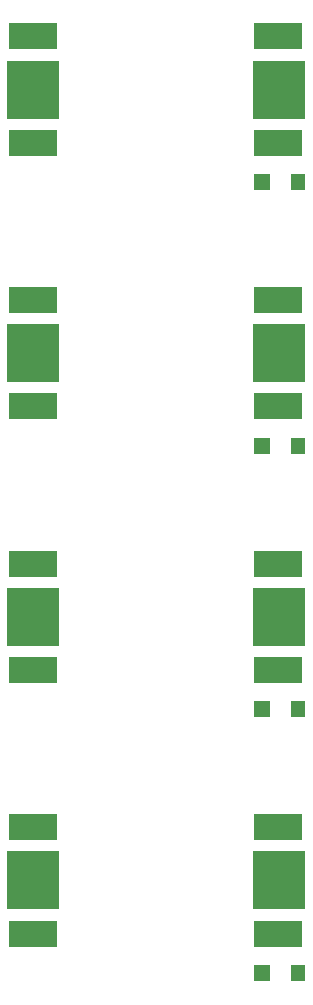
<source format=gbr>
%TF.GenerationSoftware,KiCad,Pcbnew,7.0.2*%
%TF.CreationDate,2023-06-01T19:33:28+09:00*%
%TF.ProjectId,PmodPLED_kikit,506d6f64-504c-4454-945f-6b696b69742e,rev?*%
%TF.SameCoordinates,Original*%
%TF.FileFunction,Paste,Top*%
%TF.FilePolarity,Positive*%
%FSLAX46Y46*%
G04 Gerber Fmt 4.6, Leading zero omitted, Abs format (unit mm)*
G04 Created by KiCad (PCBNEW 7.0.2) date 2023-06-01 19:33:28*
%MOMM*%
%LPD*%
G01*
G04 APERTURE LIST*
G04 Aperture macros list*
%AMFreePoly0*
4,1,5,2.000000,-1.100000,-2.000000,-1.100000,-2.000000,1.100000,2.000000,1.100000,2.000000,-1.100000,2.000000,-1.100000,$1*%
%AMFreePoly1*
4,1,5,2.200000,-2.420000,-2.200000,-2.420000,-2.200000,2.420000,2.200000,2.420000,2.200000,-2.420000,2.200000,-2.420000,$1*%
G04 Aperture macros list end*
%ADD10FreePoly0,0.000000*%
%ADD11FreePoly1,0.000000*%
%ADD12R,1.400000X1.400000*%
%ADD13R,1.300000X1.400000*%
G04 APERTURE END LIST*
D10*
%TO.C,D1*%
X140765024Y-31844097D03*
D11*
X140765024Y-36344097D03*
D10*
X140765024Y-40844097D03*
X161465024Y-40844097D03*
D11*
X161565024Y-36344097D03*
D10*
X161465024Y-31844097D03*
%TD*%
D12*
%TO.C,D3*%
X160142018Y-88805487D03*
D13*
X163192018Y-88805487D03*
%TD*%
D12*
%TO.C,D3*%
X160142018Y-111123185D03*
D13*
X163192018Y-111123185D03*
%TD*%
D10*
%TO.C,D1*%
X140765024Y-98797191D03*
D11*
X140765024Y-103297191D03*
D10*
X140765024Y-107797191D03*
X161465024Y-107797191D03*
D11*
X161565024Y-103297191D03*
D10*
X161465024Y-98797191D03*
%TD*%
D12*
%TO.C,D3*%
X160142018Y-66487789D03*
D13*
X163192018Y-66487789D03*
%TD*%
D10*
%TO.C,D1*%
X140765024Y-76479493D03*
D11*
X140765024Y-80979493D03*
D10*
X140765024Y-85479493D03*
X161465024Y-85479493D03*
D11*
X161565024Y-80979493D03*
D10*
X161465024Y-76479493D03*
%TD*%
%TO.C,D1*%
X140765024Y-54161795D03*
D11*
X140765024Y-58661795D03*
D10*
X140765024Y-63161795D03*
X161465024Y-63161795D03*
D11*
X161565024Y-58661795D03*
D10*
X161465024Y-54161795D03*
%TD*%
D12*
%TO.C,D3*%
X160142018Y-44170091D03*
D13*
X163192018Y-44170091D03*
%TD*%
M02*

</source>
